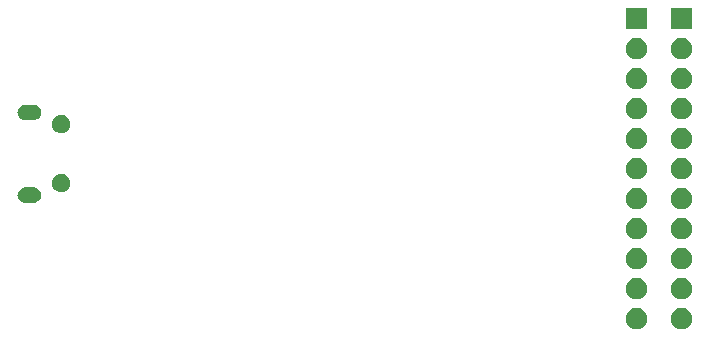
<source format=gbr>
G04 #@! TF.GenerationSoftware,KiCad,Pcbnew,(5.1.6)-1*
G04 #@! TF.CreationDate,2020-08-10T17:12:12+03:00*
G04 #@! TF.ProjectId,g850_kiss,67383530-5f6b-4697-9373-2e6b69636164,rev?*
G04 #@! TF.SameCoordinates,Original*
G04 #@! TF.FileFunction,Soldermask,Bot*
G04 #@! TF.FilePolarity,Negative*
%FSLAX46Y46*%
G04 Gerber Fmt 4.6, Leading zero omitted, Abs format (unit mm)*
G04 Created by KiCad (PCBNEW (5.1.6)-1) date 2020-08-10 17:12:12*
%MOMM*%
%LPD*%
G01*
G04 APERTURE LIST*
%ADD10C,0.100000*%
G04 APERTURE END LIST*
D10*
G36*
X162673512Y-90543927D02*
G01*
X162822812Y-90573624D01*
X162986784Y-90641544D01*
X163134354Y-90740147D01*
X163259853Y-90865646D01*
X163358456Y-91013216D01*
X163426376Y-91177188D01*
X163461000Y-91351259D01*
X163461000Y-91528741D01*
X163426376Y-91702812D01*
X163358456Y-91866784D01*
X163259853Y-92014354D01*
X163134354Y-92139853D01*
X162986784Y-92238456D01*
X162822812Y-92306376D01*
X162673512Y-92336073D01*
X162648742Y-92341000D01*
X162471258Y-92341000D01*
X162446488Y-92336073D01*
X162297188Y-92306376D01*
X162133216Y-92238456D01*
X161985646Y-92139853D01*
X161860147Y-92014354D01*
X161761544Y-91866784D01*
X161693624Y-91702812D01*
X161659000Y-91528741D01*
X161659000Y-91351259D01*
X161693624Y-91177188D01*
X161761544Y-91013216D01*
X161860147Y-90865646D01*
X161985646Y-90740147D01*
X162133216Y-90641544D01*
X162297188Y-90573624D01*
X162446488Y-90543927D01*
X162471258Y-90539000D01*
X162648742Y-90539000D01*
X162673512Y-90543927D01*
G37*
G36*
X158863512Y-90543927D02*
G01*
X159012812Y-90573624D01*
X159176784Y-90641544D01*
X159324354Y-90740147D01*
X159449853Y-90865646D01*
X159548456Y-91013216D01*
X159616376Y-91177188D01*
X159651000Y-91351259D01*
X159651000Y-91528741D01*
X159616376Y-91702812D01*
X159548456Y-91866784D01*
X159449853Y-92014354D01*
X159324354Y-92139853D01*
X159176784Y-92238456D01*
X159012812Y-92306376D01*
X158863512Y-92336073D01*
X158838742Y-92341000D01*
X158661258Y-92341000D01*
X158636488Y-92336073D01*
X158487188Y-92306376D01*
X158323216Y-92238456D01*
X158175646Y-92139853D01*
X158050147Y-92014354D01*
X157951544Y-91866784D01*
X157883624Y-91702812D01*
X157849000Y-91528741D01*
X157849000Y-91351259D01*
X157883624Y-91177188D01*
X157951544Y-91013216D01*
X158050147Y-90865646D01*
X158175646Y-90740147D01*
X158323216Y-90641544D01*
X158487188Y-90573624D01*
X158636488Y-90543927D01*
X158661258Y-90539000D01*
X158838742Y-90539000D01*
X158863512Y-90543927D01*
G37*
G36*
X158863512Y-88003927D02*
G01*
X159012812Y-88033624D01*
X159176784Y-88101544D01*
X159324354Y-88200147D01*
X159449853Y-88325646D01*
X159548456Y-88473216D01*
X159616376Y-88637188D01*
X159651000Y-88811259D01*
X159651000Y-88988741D01*
X159616376Y-89162812D01*
X159548456Y-89326784D01*
X159449853Y-89474354D01*
X159324354Y-89599853D01*
X159176784Y-89698456D01*
X159012812Y-89766376D01*
X158863512Y-89796073D01*
X158838742Y-89801000D01*
X158661258Y-89801000D01*
X158636488Y-89796073D01*
X158487188Y-89766376D01*
X158323216Y-89698456D01*
X158175646Y-89599853D01*
X158050147Y-89474354D01*
X157951544Y-89326784D01*
X157883624Y-89162812D01*
X157849000Y-88988741D01*
X157849000Y-88811259D01*
X157883624Y-88637188D01*
X157951544Y-88473216D01*
X158050147Y-88325646D01*
X158175646Y-88200147D01*
X158323216Y-88101544D01*
X158487188Y-88033624D01*
X158636488Y-88003927D01*
X158661258Y-87999000D01*
X158838742Y-87999000D01*
X158863512Y-88003927D01*
G37*
G36*
X162673512Y-88003927D02*
G01*
X162822812Y-88033624D01*
X162986784Y-88101544D01*
X163134354Y-88200147D01*
X163259853Y-88325646D01*
X163358456Y-88473216D01*
X163426376Y-88637188D01*
X163461000Y-88811259D01*
X163461000Y-88988741D01*
X163426376Y-89162812D01*
X163358456Y-89326784D01*
X163259853Y-89474354D01*
X163134354Y-89599853D01*
X162986784Y-89698456D01*
X162822812Y-89766376D01*
X162673512Y-89796073D01*
X162648742Y-89801000D01*
X162471258Y-89801000D01*
X162446488Y-89796073D01*
X162297188Y-89766376D01*
X162133216Y-89698456D01*
X161985646Y-89599853D01*
X161860147Y-89474354D01*
X161761544Y-89326784D01*
X161693624Y-89162812D01*
X161659000Y-88988741D01*
X161659000Y-88811259D01*
X161693624Y-88637188D01*
X161761544Y-88473216D01*
X161860147Y-88325646D01*
X161985646Y-88200147D01*
X162133216Y-88101544D01*
X162297188Y-88033624D01*
X162446488Y-88003927D01*
X162471258Y-87999000D01*
X162648742Y-87999000D01*
X162673512Y-88003927D01*
G37*
G36*
X162673512Y-85463927D02*
G01*
X162822812Y-85493624D01*
X162986784Y-85561544D01*
X163134354Y-85660147D01*
X163259853Y-85785646D01*
X163358456Y-85933216D01*
X163426376Y-86097188D01*
X163461000Y-86271259D01*
X163461000Y-86448741D01*
X163426376Y-86622812D01*
X163358456Y-86786784D01*
X163259853Y-86934354D01*
X163134354Y-87059853D01*
X162986784Y-87158456D01*
X162822812Y-87226376D01*
X162673512Y-87256073D01*
X162648742Y-87261000D01*
X162471258Y-87261000D01*
X162446488Y-87256073D01*
X162297188Y-87226376D01*
X162133216Y-87158456D01*
X161985646Y-87059853D01*
X161860147Y-86934354D01*
X161761544Y-86786784D01*
X161693624Y-86622812D01*
X161659000Y-86448741D01*
X161659000Y-86271259D01*
X161693624Y-86097188D01*
X161761544Y-85933216D01*
X161860147Y-85785646D01*
X161985646Y-85660147D01*
X162133216Y-85561544D01*
X162297188Y-85493624D01*
X162446488Y-85463927D01*
X162471258Y-85459000D01*
X162648742Y-85459000D01*
X162673512Y-85463927D01*
G37*
G36*
X158863512Y-85463927D02*
G01*
X159012812Y-85493624D01*
X159176784Y-85561544D01*
X159324354Y-85660147D01*
X159449853Y-85785646D01*
X159548456Y-85933216D01*
X159616376Y-86097188D01*
X159651000Y-86271259D01*
X159651000Y-86448741D01*
X159616376Y-86622812D01*
X159548456Y-86786784D01*
X159449853Y-86934354D01*
X159324354Y-87059853D01*
X159176784Y-87158456D01*
X159012812Y-87226376D01*
X158863512Y-87256073D01*
X158838742Y-87261000D01*
X158661258Y-87261000D01*
X158636488Y-87256073D01*
X158487188Y-87226376D01*
X158323216Y-87158456D01*
X158175646Y-87059853D01*
X158050147Y-86934354D01*
X157951544Y-86786784D01*
X157883624Y-86622812D01*
X157849000Y-86448741D01*
X157849000Y-86271259D01*
X157883624Y-86097188D01*
X157951544Y-85933216D01*
X158050147Y-85785646D01*
X158175646Y-85660147D01*
X158323216Y-85561544D01*
X158487188Y-85493624D01*
X158636488Y-85463927D01*
X158661258Y-85459000D01*
X158838742Y-85459000D01*
X158863512Y-85463927D01*
G37*
G36*
X162673512Y-82923927D02*
G01*
X162822812Y-82953624D01*
X162986784Y-83021544D01*
X163134354Y-83120147D01*
X163259853Y-83245646D01*
X163358456Y-83393216D01*
X163426376Y-83557188D01*
X163461000Y-83731259D01*
X163461000Y-83908741D01*
X163426376Y-84082812D01*
X163358456Y-84246784D01*
X163259853Y-84394354D01*
X163134354Y-84519853D01*
X162986784Y-84618456D01*
X162822812Y-84686376D01*
X162673512Y-84716073D01*
X162648742Y-84721000D01*
X162471258Y-84721000D01*
X162446488Y-84716073D01*
X162297188Y-84686376D01*
X162133216Y-84618456D01*
X161985646Y-84519853D01*
X161860147Y-84394354D01*
X161761544Y-84246784D01*
X161693624Y-84082812D01*
X161659000Y-83908741D01*
X161659000Y-83731259D01*
X161693624Y-83557188D01*
X161761544Y-83393216D01*
X161860147Y-83245646D01*
X161985646Y-83120147D01*
X162133216Y-83021544D01*
X162297188Y-82953624D01*
X162446488Y-82923927D01*
X162471258Y-82919000D01*
X162648742Y-82919000D01*
X162673512Y-82923927D01*
G37*
G36*
X158863512Y-82923927D02*
G01*
X159012812Y-82953624D01*
X159176784Y-83021544D01*
X159324354Y-83120147D01*
X159449853Y-83245646D01*
X159548456Y-83393216D01*
X159616376Y-83557188D01*
X159651000Y-83731259D01*
X159651000Y-83908741D01*
X159616376Y-84082812D01*
X159548456Y-84246784D01*
X159449853Y-84394354D01*
X159324354Y-84519853D01*
X159176784Y-84618456D01*
X159012812Y-84686376D01*
X158863512Y-84716073D01*
X158838742Y-84721000D01*
X158661258Y-84721000D01*
X158636488Y-84716073D01*
X158487188Y-84686376D01*
X158323216Y-84618456D01*
X158175646Y-84519853D01*
X158050147Y-84394354D01*
X157951544Y-84246784D01*
X157883624Y-84082812D01*
X157849000Y-83908741D01*
X157849000Y-83731259D01*
X157883624Y-83557188D01*
X157951544Y-83393216D01*
X158050147Y-83245646D01*
X158175646Y-83120147D01*
X158323216Y-83021544D01*
X158487188Y-82953624D01*
X158636488Y-82923927D01*
X158661258Y-82919000D01*
X158838742Y-82919000D01*
X158863512Y-82923927D01*
G37*
G36*
X162673512Y-80383927D02*
G01*
X162822812Y-80413624D01*
X162986784Y-80481544D01*
X163134354Y-80580147D01*
X163259853Y-80705646D01*
X163358456Y-80853216D01*
X163426376Y-81017188D01*
X163461000Y-81191259D01*
X163461000Y-81368741D01*
X163426376Y-81542812D01*
X163358456Y-81706784D01*
X163259853Y-81854354D01*
X163134354Y-81979853D01*
X162986784Y-82078456D01*
X162822812Y-82146376D01*
X162673512Y-82176073D01*
X162648742Y-82181000D01*
X162471258Y-82181000D01*
X162446488Y-82176073D01*
X162297188Y-82146376D01*
X162133216Y-82078456D01*
X161985646Y-81979853D01*
X161860147Y-81854354D01*
X161761544Y-81706784D01*
X161693624Y-81542812D01*
X161659000Y-81368741D01*
X161659000Y-81191259D01*
X161693624Y-81017188D01*
X161761544Y-80853216D01*
X161860147Y-80705646D01*
X161985646Y-80580147D01*
X162133216Y-80481544D01*
X162297188Y-80413624D01*
X162446488Y-80383927D01*
X162471258Y-80379000D01*
X162648742Y-80379000D01*
X162673512Y-80383927D01*
G37*
G36*
X158863512Y-80383927D02*
G01*
X159012812Y-80413624D01*
X159176784Y-80481544D01*
X159324354Y-80580147D01*
X159449853Y-80705646D01*
X159548456Y-80853216D01*
X159616376Y-81017188D01*
X159651000Y-81191259D01*
X159651000Y-81368741D01*
X159616376Y-81542812D01*
X159548456Y-81706784D01*
X159449853Y-81854354D01*
X159324354Y-81979853D01*
X159176784Y-82078456D01*
X159012812Y-82146376D01*
X158863512Y-82176073D01*
X158838742Y-82181000D01*
X158661258Y-82181000D01*
X158636488Y-82176073D01*
X158487188Y-82146376D01*
X158323216Y-82078456D01*
X158175646Y-81979853D01*
X158050147Y-81854354D01*
X157951544Y-81706784D01*
X157883624Y-81542812D01*
X157849000Y-81368741D01*
X157849000Y-81191259D01*
X157883624Y-81017188D01*
X157951544Y-80853216D01*
X158050147Y-80705646D01*
X158175646Y-80580147D01*
X158323216Y-80481544D01*
X158487188Y-80413624D01*
X158636488Y-80383927D01*
X158661258Y-80379000D01*
X158838742Y-80379000D01*
X158863512Y-80383927D01*
G37*
G36*
X107761355Y-80322140D02*
G01*
X107825118Y-80328420D01*
X107915904Y-80355960D01*
X107947836Y-80365646D01*
X108060925Y-80426094D01*
X108160054Y-80507446D01*
X108241406Y-80606575D01*
X108301854Y-80719664D01*
X108301855Y-80719668D01*
X108339080Y-80842382D01*
X108351649Y-80970000D01*
X108339080Y-81097618D01*
X108311540Y-81188404D01*
X108301854Y-81220336D01*
X108241406Y-81333425D01*
X108160054Y-81432554D01*
X108060925Y-81513906D01*
X107947836Y-81574354D01*
X107915904Y-81584040D01*
X107825118Y-81611580D01*
X107761355Y-81617860D01*
X107729474Y-81621000D01*
X106965526Y-81621000D01*
X106933645Y-81617860D01*
X106869882Y-81611580D01*
X106779096Y-81584040D01*
X106747164Y-81574354D01*
X106634075Y-81513906D01*
X106534946Y-81432554D01*
X106453594Y-81333425D01*
X106393146Y-81220336D01*
X106383460Y-81188404D01*
X106355920Y-81097618D01*
X106343351Y-80970000D01*
X106355920Y-80842382D01*
X106393145Y-80719668D01*
X106393146Y-80719664D01*
X106453594Y-80606575D01*
X106534946Y-80507446D01*
X106634075Y-80426094D01*
X106747164Y-80365646D01*
X106779096Y-80355960D01*
X106869882Y-80328420D01*
X106933645Y-80322140D01*
X106965526Y-80319000D01*
X107729474Y-80319000D01*
X107761355Y-80322140D01*
G37*
G36*
X110273848Y-79223820D02*
G01*
X110273850Y-79223821D01*
X110273851Y-79223821D01*
X110415074Y-79282317D01*
X110415077Y-79282319D01*
X110542169Y-79367239D01*
X110650261Y-79475331D01*
X110735181Y-79602423D01*
X110735183Y-79602426D01*
X110793679Y-79743649D01*
X110823500Y-79893571D01*
X110823500Y-80046429D01*
X110793679Y-80196351D01*
X110735183Y-80337574D01*
X110735181Y-80337577D01*
X110650261Y-80464669D01*
X110542169Y-80572761D01*
X110415077Y-80657681D01*
X110415074Y-80657683D01*
X110273851Y-80716179D01*
X110273850Y-80716179D01*
X110273848Y-80716180D01*
X110123931Y-80746000D01*
X109971069Y-80746000D01*
X109821152Y-80716180D01*
X109821150Y-80716179D01*
X109821149Y-80716179D01*
X109679926Y-80657683D01*
X109679923Y-80657681D01*
X109552831Y-80572761D01*
X109444739Y-80464669D01*
X109359819Y-80337577D01*
X109359817Y-80337574D01*
X109301321Y-80196351D01*
X109271500Y-80046429D01*
X109271500Y-79893571D01*
X109301321Y-79743649D01*
X109359817Y-79602426D01*
X109359819Y-79602423D01*
X109444739Y-79475331D01*
X109552831Y-79367239D01*
X109679923Y-79282319D01*
X109679926Y-79282317D01*
X109821149Y-79223821D01*
X109821150Y-79223821D01*
X109821152Y-79223820D01*
X109971069Y-79194000D01*
X110123931Y-79194000D01*
X110273848Y-79223820D01*
G37*
G36*
X162673512Y-77843927D02*
G01*
X162822812Y-77873624D01*
X162986784Y-77941544D01*
X163134354Y-78040147D01*
X163259853Y-78165646D01*
X163358456Y-78313216D01*
X163426376Y-78477188D01*
X163461000Y-78651259D01*
X163461000Y-78828741D01*
X163426376Y-79002812D01*
X163358456Y-79166784D01*
X163259853Y-79314354D01*
X163134354Y-79439853D01*
X162986784Y-79538456D01*
X162822812Y-79606376D01*
X162673512Y-79636073D01*
X162648742Y-79641000D01*
X162471258Y-79641000D01*
X162446488Y-79636073D01*
X162297188Y-79606376D01*
X162133216Y-79538456D01*
X161985646Y-79439853D01*
X161860147Y-79314354D01*
X161761544Y-79166784D01*
X161693624Y-79002812D01*
X161659000Y-78828741D01*
X161659000Y-78651259D01*
X161693624Y-78477188D01*
X161761544Y-78313216D01*
X161860147Y-78165646D01*
X161985646Y-78040147D01*
X162133216Y-77941544D01*
X162297188Y-77873624D01*
X162446488Y-77843927D01*
X162471258Y-77839000D01*
X162648742Y-77839000D01*
X162673512Y-77843927D01*
G37*
G36*
X158863512Y-77843927D02*
G01*
X159012812Y-77873624D01*
X159176784Y-77941544D01*
X159324354Y-78040147D01*
X159449853Y-78165646D01*
X159548456Y-78313216D01*
X159616376Y-78477188D01*
X159651000Y-78651259D01*
X159651000Y-78828741D01*
X159616376Y-79002812D01*
X159548456Y-79166784D01*
X159449853Y-79314354D01*
X159324354Y-79439853D01*
X159176784Y-79538456D01*
X159012812Y-79606376D01*
X158863512Y-79636073D01*
X158838742Y-79641000D01*
X158661258Y-79641000D01*
X158636488Y-79636073D01*
X158487188Y-79606376D01*
X158323216Y-79538456D01*
X158175646Y-79439853D01*
X158050147Y-79314354D01*
X157951544Y-79166784D01*
X157883624Y-79002812D01*
X157849000Y-78828741D01*
X157849000Y-78651259D01*
X157883624Y-78477188D01*
X157951544Y-78313216D01*
X158050147Y-78165646D01*
X158175646Y-78040147D01*
X158323216Y-77941544D01*
X158487188Y-77873624D01*
X158636488Y-77843927D01*
X158661258Y-77839000D01*
X158838742Y-77839000D01*
X158863512Y-77843927D01*
G37*
G36*
X162673512Y-75303927D02*
G01*
X162822812Y-75333624D01*
X162986784Y-75401544D01*
X163134354Y-75500147D01*
X163259853Y-75625646D01*
X163358456Y-75773216D01*
X163426376Y-75937188D01*
X163461000Y-76111259D01*
X163461000Y-76288741D01*
X163426376Y-76462812D01*
X163358456Y-76626784D01*
X163259853Y-76774354D01*
X163134354Y-76899853D01*
X162986784Y-76998456D01*
X162822812Y-77066376D01*
X162673512Y-77096073D01*
X162648742Y-77101000D01*
X162471258Y-77101000D01*
X162446488Y-77096073D01*
X162297188Y-77066376D01*
X162133216Y-76998456D01*
X161985646Y-76899853D01*
X161860147Y-76774354D01*
X161761544Y-76626784D01*
X161693624Y-76462812D01*
X161659000Y-76288741D01*
X161659000Y-76111259D01*
X161693624Y-75937188D01*
X161761544Y-75773216D01*
X161860147Y-75625646D01*
X161985646Y-75500147D01*
X162133216Y-75401544D01*
X162297188Y-75333624D01*
X162446488Y-75303927D01*
X162471258Y-75299000D01*
X162648742Y-75299000D01*
X162673512Y-75303927D01*
G37*
G36*
X158863512Y-75303927D02*
G01*
X159012812Y-75333624D01*
X159176784Y-75401544D01*
X159324354Y-75500147D01*
X159449853Y-75625646D01*
X159548456Y-75773216D01*
X159616376Y-75937188D01*
X159651000Y-76111259D01*
X159651000Y-76288741D01*
X159616376Y-76462812D01*
X159548456Y-76626784D01*
X159449853Y-76774354D01*
X159324354Y-76899853D01*
X159176784Y-76998456D01*
X159012812Y-77066376D01*
X158863512Y-77096073D01*
X158838742Y-77101000D01*
X158661258Y-77101000D01*
X158636488Y-77096073D01*
X158487188Y-77066376D01*
X158323216Y-76998456D01*
X158175646Y-76899853D01*
X158050147Y-76774354D01*
X157951544Y-76626784D01*
X157883624Y-76462812D01*
X157849000Y-76288741D01*
X157849000Y-76111259D01*
X157883624Y-75937188D01*
X157951544Y-75773216D01*
X158050147Y-75625646D01*
X158175646Y-75500147D01*
X158323216Y-75401544D01*
X158487188Y-75333624D01*
X158636488Y-75303927D01*
X158661258Y-75299000D01*
X158838742Y-75299000D01*
X158863512Y-75303927D01*
G37*
G36*
X110273848Y-74223820D02*
G01*
X110273850Y-74223821D01*
X110273851Y-74223821D01*
X110415074Y-74282317D01*
X110415077Y-74282319D01*
X110542169Y-74367239D01*
X110650261Y-74475331D01*
X110735181Y-74602423D01*
X110735183Y-74602426D01*
X110793679Y-74743649D01*
X110823500Y-74893571D01*
X110823500Y-75046429D01*
X110793679Y-75196351D01*
X110735183Y-75337574D01*
X110735181Y-75337577D01*
X110650261Y-75464669D01*
X110542169Y-75572761D01*
X110463019Y-75625647D01*
X110415074Y-75657683D01*
X110273851Y-75716179D01*
X110273850Y-75716179D01*
X110273848Y-75716180D01*
X110123931Y-75746000D01*
X109971069Y-75746000D01*
X109821152Y-75716180D01*
X109821150Y-75716179D01*
X109821149Y-75716179D01*
X109679926Y-75657683D01*
X109631981Y-75625647D01*
X109552831Y-75572761D01*
X109444739Y-75464669D01*
X109359819Y-75337577D01*
X109359817Y-75337574D01*
X109301321Y-75196351D01*
X109271500Y-75046429D01*
X109271500Y-74893571D01*
X109301321Y-74743649D01*
X109359817Y-74602426D01*
X109359819Y-74602423D01*
X109444739Y-74475331D01*
X109552831Y-74367239D01*
X109679923Y-74282319D01*
X109679926Y-74282317D01*
X109821149Y-74223821D01*
X109821150Y-74223821D01*
X109821152Y-74223820D01*
X109971069Y-74194000D01*
X110123931Y-74194000D01*
X110273848Y-74223820D01*
G37*
G36*
X107761355Y-73322140D02*
G01*
X107825118Y-73328420D01*
X107915904Y-73355960D01*
X107947836Y-73365646D01*
X108060925Y-73426094D01*
X108160054Y-73507446D01*
X108241406Y-73606575D01*
X108301854Y-73719664D01*
X108301855Y-73719668D01*
X108339080Y-73842382D01*
X108351649Y-73970000D01*
X108339080Y-74097618D01*
X108311540Y-74188404D01*
X108301854Y-74220336D01*
X108241406Y-74333425D01*
X108160054Y-74432554D01*
X108060925Y-74513906D01*
X107947836Y-74574354D01*
X107915904Y-74584040D01*
X107825118Y-74611580D01*
X107761355Y-74617860D01*
X107729474Y-74621000D01*
X106965526Y-74621000D01*
X106933645Y-74617860D01*
X106869882Y-74611580D01*
X106779096Y-74584040D01*
X106747164Y-74574354D01*
X106634075Y-74513906D01*
X106534946Y-74432554D01*
X106453594Y-74333425D01*
X106393146Y-74220336D01*
X106383460Y-74188404D01*
X106355920Y-74097618D01*
X106343351Y-73970000D01*
X106355920Y-73842382D01*
X106393145Y-73719668D01*
X106393146Y-73719664D01*
X106453594Y-73606575D01*
X106534946Y-73507446D01*
X106634075Y-73426094D01*
X106747164Y-73365646D01*
X106779096Y-73355960D01*
X106869882Y-73328420D01*
X106933645Y-73322140D01*
X106965526Y-73319000D01*
X107729474Y-73319000D01*
X107761355Y-73322140D01*
G37*
G36*
X158863512Y-72763927D02*
G01*
X159012812Y-72793624D01*
X159176784Y-72861544D01*
X159324354Y-72960147D01*
X159449853Y-73085646D01*
X159548456Y-73233216D01*
X159616376Y-73397188D01*
X159651000Y-73571259D01*
X159651000Y-73748741D01*
X159616376Y-73922812D01*
X159548456Y-74086784D01*
X159449853Y-74234354D01*
X159324354Y-74359853D01*
X159176784Y-74458456D01*
X159012812Y-74526376D01*
X158863512Y-74556073D01*
X158838742Y-74561000D01*
X158661258Y-74561000D01*
X158636488Y-74556073D01*
X158487188Y-74526376D01*
X158323216Y-74458456D01*
X158175646Y-74359853D01*
X158050147Y-74234354D01*
X157951544Y-74086784D01*
X157883624Y-73922812D01*
X157849000Y-73748741D01*
X157849000Y-73571259D01*
X157883624Y-73397188D01*
X157951544Y-73233216D01*
X158050147Y-73085646D01*
X158175646Y-72960147D01*
X158323216Y-72861544D01*
X158487188Y-72793624D01*
X158636488Y-72763927D01*
X158661258Y-72759000D01*
X158838742Y-72759000D01*
X158863512Y-72763927D01*
G37*
G36*
X162673512Y-72763927D02*
G01*
X162822812Y-72793624D01*
X162986784Y-72861544D01*
X163134354Y-72960147D01*
X163259853Y-73085646D01*
X163358456Y-73233216D01*
X163426376Y-73397188D01*
X163461000Y-73571259D01*
X163461000Y-73748741D01*
X163426376Y-73922812D01*
X163358456Y-74086784D01*
X163259853Y-74234354D01*
X163134354Y-74359853D01*
X162986784Y-74458456D01*
X162822812Y-74526376D01*
X162673512Y-74556073D01*
X162648742Y-74561000D01*
X162471258Y-74561000D01*
X162446488Y-74556073D01*
X162297188Y-74526376D01*
X162133216Y-74458456D01*
X161985646Y-74359853D01*
X161860147Y-74234354D01*
X161761544Y-74086784D01*
X161693624Y-73922812D01*
X161659000Y-73748741D01*
X161659000Y-73571259D01*
X161693624Y-73397188D01*
X161761544Y-73233216D01*
X161860147Y-73085646D01*
X161985646Y-72960147D01*
X162133216Y-72861544D01*
X162297188Y-72793624D01*
X162446488Y-72763927D01*
X162471258Y-72759000D01*
X162648742Y-72759000D01*
X162673512Y-72763927D01*
G37*
G36*
X158863512Y-70223927D02*
G01*
X159012812Y-70253624D01*
X159176784Y-70321544D01*
X159324354Y-70420147D01*
X159449853Y-70545646D01*
X159548456Y-70693216D01*
X159616376Y-70857188D01*
X159651000Y-71031259D01*
X159651000Y-71208741D01*
X159616376Y-71382812D01*
X159548456Y-71546784D01*
X159449853Y-71694354D01*
X159324354Y-71819853D01*
X159176784Y-71918456D01*
X159012812Y-71986376D01*
X158863512Y-72016073D01*
X158838742Y-72021000D01*
X158661258Y-72021000D01*
X158636488Y-72016073D01*
X158487188Y-71986376D01*
X158323216Y-71918456D01*
X158175646Y-71819853D01*
X158050147Y-71694354D01*
X157951544Y-71546784D01*
X157883624Y-71382812D01*
X157849000Y-71208741D01*
X157849000Y-71031259D01*
X157883624Y-70857188D01*
X157951544Y-70693216D01*
X158050147Y-70545646D01*
X158175646Y-70420147D01*
X158323216Y-70321544D01*
X158487188Y-70253624D01*
X158636488Y-70223927D01*
X158661258Y-70219000D01*
X158838742Y-70219000D01*
X158863512Y-70223927D01*
G37*
G36*
X162673512Y-70223927D02*
G01*
X162822812Y-70253624D01*
X162986784Y-70321544D01*
X163134354Y-70420147D01*
X163259853Y-70545646D01*
X163358456Y-70693216D01*
X163426376Y-70857188D01*
X163461000Y-71031259D01*
X163461000Y-71208741D01*
X163426376Y-71382812D01*
X163358456Y-71546784D01*
X163259853Y-71694354D01*
X163134354Y-71819853D01*
X162986784Y-71918456D01*
X162822812Y-71986376D01*
X162673512Y-72016073D01*
X162648742Y-72021000D01*
X162471258Y-72021000D01*
X162446488Y-72016073D01*
X162297188Y-71986376D01*
X162133216Y-71918456D01*
X161985646Y-71819853D01*
X161860147Y-71694354D01*
X161761544Y-71546784D01*
X161693624Y-71382812D01*
X161659000Y-71208741D01*
X161659000Y-71031259D01*
X161693624Y-70857188D01*
X161761544Y-70693216D01*
X161860147Y-70545646D01*
X161985646Y-70420147D01*
X162133216Y-70321544D01*
X162297188Y-70253624D01*
X162446488Y-70223927D01*
X162471258Y-70219000D01*
X162648742Y-70219000D01*
X162673512Y-70223927D01*
G37*
G36*
X158863512Y-67683927D02*
G01*
X159012812Y-67713624D01*
X159176784Y-67781544D01*
X159324354Y-67880147D01*
X159449853Y-68005646D01*
X159548456Y-68153216D01*
X159616376Y-68317188D01*
X159651000Y-68491259D01*
X159651000Y-68668741D01*
X159616376Y-68842812D01*
X159548456Y-69006784D01*
X159449853Y-69154354D01*
X159324354Y-69279853D01*
X159176784Y-69378456D01*
X159012812Y-69446376D01*
X158863512Y-69476073D01*
X158838742Y-69481000D01*
X158661258Y-69481000D01*
X158636488Y-69476073D01*
X158487188Y-69446376D01*
X158323216Y-69378456D01*
X158175646Y-69279853D01*
X158050147Y-69154354D01*
X157951544Y-69006784D01*
X157883624Y-68842812D01*
X157849000Y-68668741D01*
X157849000Y-68491259D01*
X157883624Y-68317188D01*
X157951544Y-68153216D01*
X158050147Y-68005646D01*
X158175646Y-67880147D01*
X158323216Y-67781544D01*
X158487188Y-67713624D01*
X158636488Y-67683927D01*
X158661258Y-67679000D01*
X158838742Y-67679000D01*
X158863512Y-67683927D01*
G37*
G36*
X162673512Y-67683927D02*
G01*
X162822812Y-67713624D01*
X162986784Y-67781544D01*
X163134354Y-67880147D01*
X163259853Y-68005646D01*
X163358456Y-68153216D01*
X163426376Y-68317188D01*
X163461000Y-68491259D01*
X163461000Y-68668741D01*
X163426376Y-68842812D01*
X163358456Y-69006784D01*
X163259853Y-69154354D01*
X163134354Y-69279853D01*
X162986784Y-69378456D01*
X162822812Y-69446376D01*
X162673512Y-69476073D01*
X162648742Y-69481000D01*
X162471258Y-69481000D01*
X162446488Y-69476073D01*
X162297188Y-69446376D01*
X162133216Y-69378456D01*
X161985646Y-69279853D01*
X161860147Y-69154354D01*
X161761544Y-69006784D01*
X161693624Y-68842812D01*
X161659000Y-68668741D01*
X161659000Y-68491259D01*
X161693624Y-68317188D01*
X161761544Y-68153216D01*
X161860147Y-68005646D01*
X161985646Y-67880147D01*
X162133216Y-67781544D01*
X162297188Y-67713624D01*
X162446488Y-67683927D01*
X162471258Y-67679000D01*
X162648742Y-67679000D01*
X162673512Y-67683927D01*
G37*
G36*
X159651000Y-66941000D02*
G01*
X157849000Y-66941000D01*
X157849000Y-65139000D01*
X159651000Y-65139000D01*
X159651000Y-66941000D01*
G37*
G36*
X163461000Y-66941000D02*
G01*
X161659000Y-66941000D01*
X161659000Y-65139000D01*
X163461000Y-65139000D01*
X163461000Y-66941000D01*
G37*
M02*

</source>
